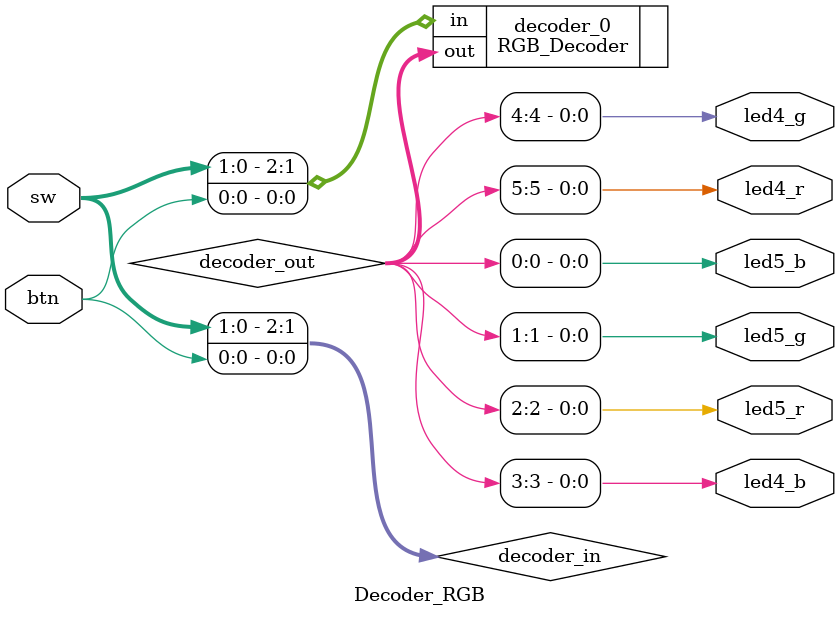
<source format=v>
`timescale 1ns / 1ps

module Decoder_RGB(
        sw, btn, led4_r, led4_g, led4_b, led5_r, led5_g, led5_b
    );
    input [1:0] sw;
    input [3:0] btn;
    output led4_r, led4_g, led4_b, led5_r, led5_g, led5_b;
    
    // Module Body
    wire [2:0] decoder_in;
    wire [5:0] decoder_out;
    
    assign decoder_in[2] = sw[1];
    assign decoder_in[1] = sw[0];
    assign decoder_in[0] = btn[0];
    
    assign led4_r = decoder_out[5];
    assign led4_g = decoder_out[4];
    assign led4_b = decoder_out[3];
    assign led5_r = decoder_out[2];
    assign led5_g = decoder_out[1];
    assign led5_b = decoder_out[0];
    
    RGB_Decoder decoder_0(.in({sw,btn[0]}), .out(decoder_out));
endmodule

</source>
